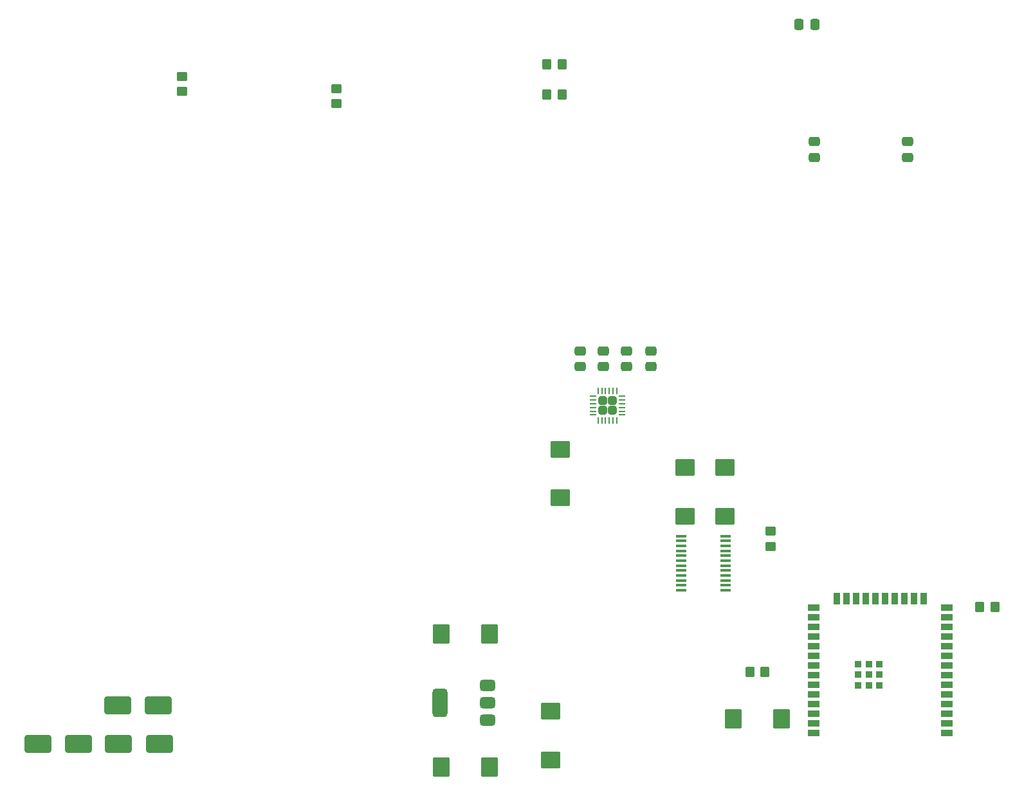
<source format=gbr>
G04 #@! TF.GenerationSoftware,KiCad,Pcbnew,8.0.1*
G04 #@! TF.CreationDate,2024-05-06T16:29:22+03:00*
G04 #@! TF.ProjectId,SmartAtt,536d6172-7441-4747-942e-6b696361645f,rev?*
G04 #@! TF.SameCoordinates,Original*
G04 #@! TF.FileFunction,Paste,Bot*
G04 #@! TF.FilePolarity,Positive*
%FSLAX46Y46*%
G04 Gerber Fmt 4.6, Leading zero omitted, Abs format (unit mm)*
G04 Created by KiCad (PCBNEW 8.0.1) date 2024-05-06 16:29:22*
%MOMM*%
%LPD*%
G01*
G04 APERTURE LIST*
G04 Aperture macros list*
%AMRoundRect*
0 Rectangle with rounded corners*
0 $1 Rounding radius*
0 $2 $3 $4 $5 $6 $7 $8 $9 X,Y pos of 4 corners*
0 Add a 4 corners polygon primitive as box body*
4,1,4,$2,$3,$4,$5,$6,$7,$8,$9,$2,$3,0*
0 Add four circle primitives for the rounded corners*
1,1,$1+$1,$2,$3*
1,1,$1+$1,$4,$5*
1,1,$1+$1,$6,$7*
1,1,$1+$1,$8,$9*
0 Add four rect primitives between the rounded corners*
20,1,$1+$1,$2,$3,$4,$5,0*
20,1,$1+$1,$4,$5,$6,$7,0*
20,1,$1+$1,$6,$7,$8,$9,0*
20,1,$1+$1,$8,$9,$2,$3,0*%
G04 Aperture macros list end*
%ADD10RoundRect,0.250000X0.450000X-0.350000X0.450000X0.350000X-0.450000X0.350000X-0.450000X-0.350000X0*%
%ADD11RoundRect,0.250000X-1.500000X-0.900000X1.500000X-0.900000X1.500000X0.900000X-1.500000X0.900000X0*%
%ADD12RoundRect,0.250000X-0.475000X0.337500X-0.475000X-0.337500X0.475000X-0.337500X0.475000X0.337500X0*%
%ADD13RoundRect,0.250000X0.875000X1.025000X-0.875000X1.025000X-0.875000X-1.025000X0.875000X-1.025000X0*%
%ADD14RoundRect,0.250000X0.350000X0.450000X-0.350000X0.450000X-0.350000X-0.450000X0.350000X-0.450000X0*%
%ADD15RoundRect,0.250000X0.475000X-0.337500X0.475000X0.337500X-0.475000X0.337500X-0.475000X-0.337500X0*%
%ADD16RoundRect,0.250000X1.025000X-0.875000X1.025000X0.875000X-1.025000X0.875000X-1.025000X-0.875000X0*%
%ADD17RoundRect,0.250000X-0.350000X-0.450000X0.350000X-0.450000X0.350000X0.450000X-0.350000X0.450000X0*%
%ADD18RoundRect,0.250000X1.500000X0.900000X-1.500000X0.900000X-1.500000X-0.900000X1.500000X-0.900000X0*%
%ADD19R,1.500000X0.900000*%
%ADD20R,0.900000X1.500000*%
%ADD21R,0.900000X0.900000*%
%ADD22RoundRect,0.375000X0.625000X0.375000X-0.625000X0.375000X-0.625000X-0.375000X0.625000X-0.375000X0*%
%ADD23RoundRect,0.500000X0.500000X1.400000X-0.500000X1.400000X-0.500000X-1.400000X0.500000X-1.400000X0*%
%ADD24RoundRect,0.250000X-0.315000X-0.315000X0.315000X-0.315000X0.315000X0.315000X-0.315000X0.315000X0*%
%ADD25RoundRect,0.062500X-0.350000X-0.062500X0.350000X-0.062500X0.350000X0.062500X-0.350000X0.062500X0*%
%ADD26RoundRect,0.062500X-0.062500X-0.350000X0.062500X-0.350000X0.062500X0.350000X-0.062500X0.350000X0*%
%ADD27RoundRect,0.250000X0.337500X0.475000X-0.337500X0.475000X-0.337500X-0.475000X0.337500X-0.475000X0*%
%ADD28RoundRect,0.250000X-1.025000X0.875000X-1.025000X-0.875000X1.025000X-0.875000X1.025000X0.875000X0*%
%ADD29R,1.475000X0.450000*%
G04 APERTURE END LIST*
D10*
X177000000Y-109500000D03*
X177000000Y-107500000D03*
D11*
X80500000Y-135500000D03*
X85900000Y-135500000D03*
D12*
X182750000Y-56212500D03*
X182750000Y-58287500D03*
D13*
X178450000Y-132250000D03*
X172050000Y-132250000D03*
D14*
X149500000Y-46000000D03*
X147500000Y-46000000D03*
D15*
X158000000Y-85837500D03*
X158000000Y-83762500D03*
D16*
X171000000Y-105500000D03*
X171000000Y-99100000D03*
D17*
X174250000Y-126000000D03*
X176250000Y-126000000D03*
D15*
X155000000Y-85837500D03*
X155000000Y-83762500D03*
D18*
X96400000Y-130400000D03*
X91000000Y-130400000D03*
D16*
X148000000Y-137600000D03*
X148000000Y-131200000D03*
D19*
X182650000Y-134105000D03*
X182650000Y-132835000D03*
X182650000Y-131565000D03*
X182650000Y-130295000D03*
X182650000Y-129025000D03*
X182650000Y-127755000D03*
X182650000Y-126485000D03*
X182650000Y-125215000D03*
X182650000Y-123945000D03*
X182650000Y-122675000D03*
X182650000Y-121405000D03*
X182650000Y-120135000D03*
X182650000Y-118865000D03*
X182650000Y-117595000D03*
D20*
X185690000Y-116345000D03*
X186960000Y-116345000D03*
X188230000Y-116345000D03*
X189500000Y-116345000D03*
X190770000Y-116345000D03*
X192040000Y-116345000D03*
X193310000Y-116345000D03*
X194580000Y-116345000D03*
X195850000Y-116345000D03*
X197120000Y-116345000D03*
D19*
X200150000Y-117595000D03*
X200150000Y-118865000D03*
X200150000Y-120135000D03*
X200150000Y-121405000D03*
X200150000Y-122675000D03*
X200150000Y-123945000D03*
X200150000Y-125215000D03*
X200150000Y-126485000D03*
X200150000Y-127755000D03*
X200150000Y-129025000D03*
X200150000Y-130295000D03*
X200150000Y-131565000D03*
X200150000Y-132835000D03*
X200150000Y-134105000D03*
D21*
X188500000Y-124985000D03*
X188500000Y-126385000D03*
X188500000Y-127785000D03*
X189900000Y-124985000D03*
X189900000Y-126385000D03*
X189900000Y-127785000D03*
X191300000Y-124985000D03*
X191300000Y-126385000D03*
X191300000Y-127785000D03*
D11*
X91100000Y-135500000D03*
X96500000Y-135500000D03*
D22*
X139750000Y-127800000D03*
X139750000Y-130100000D03*
D23*
X133450000Y-130100000D03*
D22*
X139750000Y-132400000D03*
D24*
X154850000Y-90300000D03*
X154850000Y-91600000D03*
X156150000Y-90300000D03*
X156150000Y-91600000D03*
D25*
X153562500Y-92200000D03*
X153562500Y-91700000D03*
X153562500Y-91200000D03*
X153562500Y-90700000D03*
X153562500Y-90200000D03*
X153562500Y-89700000D03*
D26*
X154250000Y-89012500D03*
X154750000Y-89012500D03*
X155250000Y-89012500D03*
X155750000Y-89012500D03*
X156250000Y-89012500D03*
X156750000Y-89012500D03*
D25*
X157437500Y-89700000D03*
X157437500Y-90200000D03*
X157437500Y-90700000D03*
X157437500Y-91200000D03*
X157437500Y-91700000D03*
X157437500Y-92200000D03*
D26*
X156750000Y-92887500D03*
X156250000Y-92887500D03*
X155750000Y-92887500D03*
X155250000Y-92887500D03*
X154750000Y-92887500D03*
X154250000Y-92887500D03*
D10*
X119800000Y-51200000D03*
X119800000Y-49200000D03*
D13*
X140000000Y-138600000D03*
X133600000Y-138600000D03*
D10*
X99500000Y-49600000D03*
X99500000Y-47600000D03*
D27*
X182787500Y-40750000D03*
X180712500Y-40750000D03*
D16*
X165700000Y-105500000D03*
X165700000Y-99100000D03*
D28*
X149300000Y-96700000D03*
X149300000Y-103100000D03*
D15*
X161200000Y-85837500D03*
X161200000Y-83762500D03*
D17*
X204500000Y-117500000D03*
X206500000Y-117500000D03*
D29*
X171038000Y-108125000D03*
X171038000Y-108775000D03*
X171038000Y-109425000D03*
X171038000Y-110075000D03*
X171038000Y-110725000D03*
X171038000Y-111375000D03*
X171038000Y-112025000D03*
X171038000Y-112675000D03*
X171038000Y-113325000D03*
X171038000Y-113975000D03*
X171038000Y-114625000D03*
X171038000Y-115275000D03*
X165162000Y-115275000D03*
X165162000Y-114625000D03*
X165162000Y-113975000D03*
X165162000Y-113325000D03*
X165162000Y-112675000D03*
X165162000Y-112025000D03*
X165162000Y-111375000D03*
X165162000Y-110725000D03*
X165162000Y-110075000D03*
X165162000Y-109425000D03*
X165162000Y-108775000D03*
X165162000Y-108125000D03*
D12*
X195000000Y-56212500D03*
X195000000Y-58287500D03*
D15*
X151900000Y-85837500D03*
X151900000Y-83762500D03*
D17*
X147500000Y-50000000D03*
X149500000Y-50000000D03*
D13*
X140000000Y-121000000D03*
X133600000Y-121000000D03*
M02*

</source>
